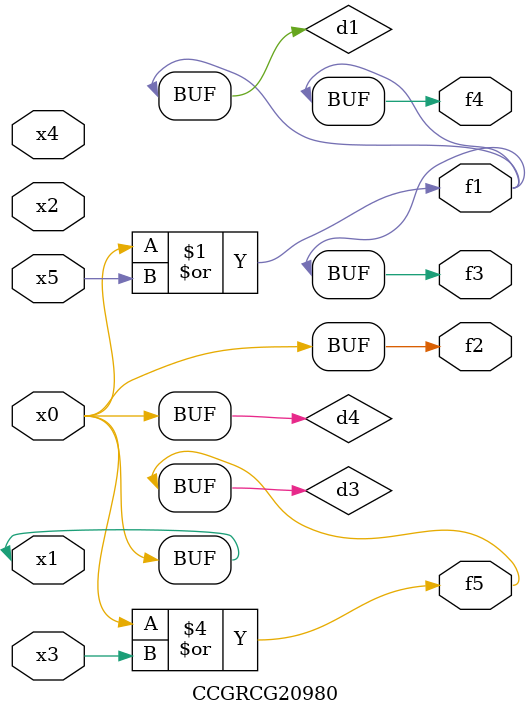
<source format=v>
module CCGRCG20980(
	input x0, x1, x2, x3, x4, x5,
	output f1, f2, f3, f4, f5
);

	wire d1, d2, d3, d4;

	or (d1, x0, x5);
	xnor (d2, x1, x4);
	or (d3, x0, x3);
	buf (d4, x0, x1);
	assign f1 = d1;
	assign f2 = d4;
	assign f3 = d1;
	assign f4 = d1;
	assign f5 = d3;
endmodule

</source>
